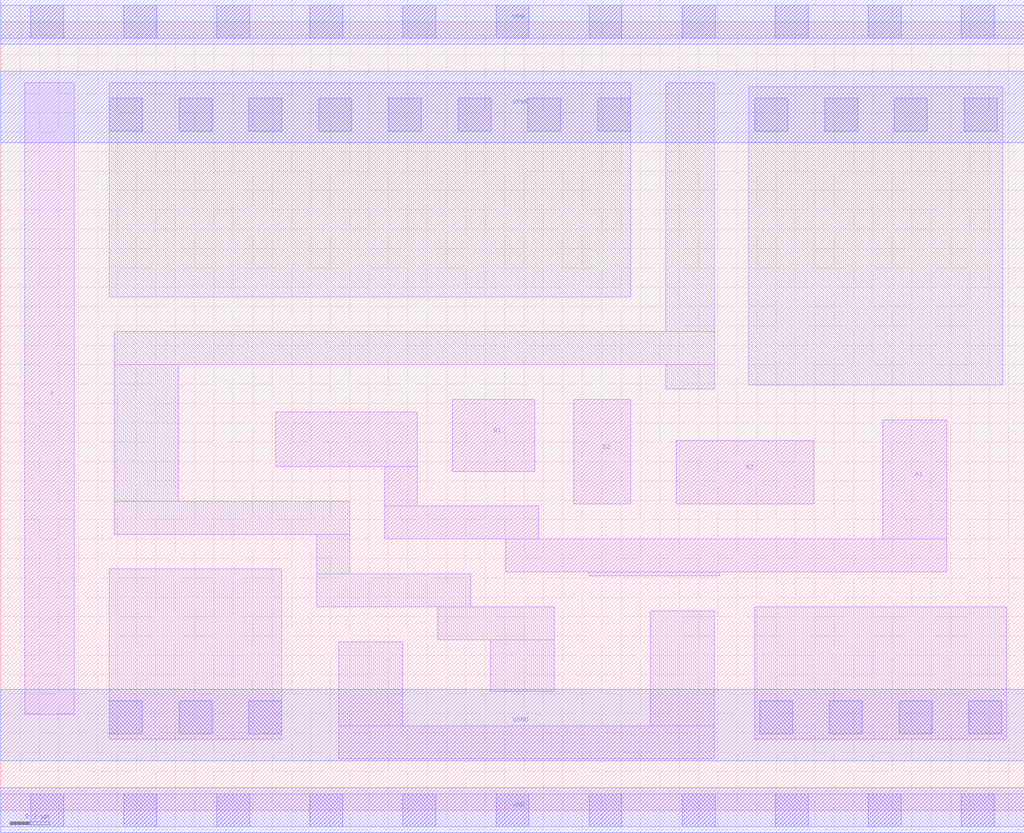
<source format=lef>
# Copyright 2020 The SkyWater PDK Authors
#
# Licensed under the Apache License, Version 2.0 (the "License");
# you may not use this file except in compliance with the License.
# You may obtain a copy of the License at
#
#     https://www.apache.org/licenses/LICENSE-2.0
#
# Unless required by applicable law or agreed to in writing, software
# distributed under the License is distributed on an "AS IS" BASIS,
# WITHOUT WARRANTIES OR CONDITIONS OF ANY KIND, either express or implied.
# See the License for the specific language governing permissions and
# limitations under the License.
#
# SPDX-License-Identifier: Apache-2.0

VERSION 5.5 ;
NAMESCASESENSITIVE ON ;
BUSBITCHARS "[]" ;
DIVIDERCHAR "/" ;
SITE unithvdbl
    SYMMETRY y  ;
    CLASS CORE  ;
    SIZE  0.480 BY 8.140 ;
END unithvdbl
MACRO sky130_fd_sc_hvl__o22a_1
  CLASS CORE ;
  SOURCE USER ;
  ORIGIN  0.000000  0.000000 ;
  SIZE  5.280000 BY  4.070000 ;
  SYMMETRY X Y ;
  SITE unithv ;
  PIN A1
    ANTENNAGATEAREA  1.125000 ;
    DIRECTION INPUT ;
    USE SIGNAL ;
    PORT
      LAYER li1 ;
        RECT 1.420000 1.775000 2.150000 2.055000 ;
        RECT 1.980000 1.400000 2.775000 1.570000 ;
        RECT 1.980000 1.570000 2.150000 1.775000 ;
        RECT 2.605000 1.230000 4.880000 1.400000 ;
        RECT 3.035000 1.210000 3.710000 1.230000 ;
        RECT 4.550000 1.400000 4.880000 2.015000 ;
    END
  END A1
  PIN A2
    ANTENNAGATEAREA  1.125000 ;
    DIRECTION INPUT ;
    USE SIGNAL ;
    PORT
      LAYER li1 ;
        RECT 3.485000 1.580000 4.195000 1.910000 ;
    END
  END A2
  PIN B1
    ANTENNAGATEAREA  1.125000 ;
    DIRECTION INPUT ;
    USE SIGNAL ;
    PORT
      LAYER li1 ;
        RECT 2.330000 1.750000 2.755000 2.120000 ;
    END
  END B1
  PIN B2
    ANTENNAGATEAREA  1.125000 ;
    DIRECTION INPUT ;
    USE SIGNAL ;
    PORT
      LAYER li1 ;
        RECT 2.955000 1.580000 3.250000 2.120000 ;
    END
  END B2
  PIN X
    ANTENNADIFFAREA  0.641250 ;
    DIRECTION OUTPUT ;
    USE SIGNAL ;
    PORT
      LAYER li1 ;
        RECT 0.125000 0.495000 0.380000 3.755000 ;
    END
  END X
  PIN VGND
    DIRECTION INOUT ;
    USE GROUND ;
    PORT
      LAYER met1 ;
        RECT 0.000000 0.255000 5.280000 0.625000 ;
    END
  END VGND
  PIN VNB
    DIRECTION INOUT ;
    USE GROUND ;
    PORT
      LAYER met1 ;
        RECT 0.000000 -0.115000 5.280000 0.115000 ;
    END
  END VNB
  PIN VPB
    DIRECTION INOUT ;
    USE POWER ;
    PORT
      LAYER met1 ;
        RECT 0.000000 3.955000 5.280000 4.185000 ;
    END
  END VPB
  PIN VPWR
    DIRECTION INOUT ;
    USE POWER ;
    PORT
      LAYER met1 ;
        RECT 0.000000 3.445000 5.280000 3.815000 ;
    END
  END VPWR
  OBS
    LAYER li1 ;
      RECT 0.000000 -0.085000 5.280000 0.085000 ;
      RECT 0.000000  3.985000 5.280000 4.155000 ;
      RECT 0.560000  0.365000 1.450000 1.245000 ;
      RECT 0.560000  2.650000 3.250000 3.755000 ;
      RECT 0.585000  1.425000 1.800000 1.595000 ;
      RECT 0.585000  1.595000 0.915000 2.300000 ;
      RECT 0.585000  2.300000 3.680000 2.470000 ;
      RECT 1.630000  1.050000 2.425000 1.220000 ;
      RECT 1.630000  1.220000 1.800000 1.425000 ;
      RECT 1.745000  0.265000 3.680000 0.435000 ;
      RECT 1.745000  0.435000 2.075000 0.870000 ;
      RECT 2.255000  0.880000 2.855000 1.050000 ;
      RECT 2.525000  0.615000 2.855000 0.880000 ;
      RECT 3.350000  0.435000 3.680000 1.030000 ;
      RECT 3.430000  2.175000 3.680000 2.300000 ;
      RECT 3.430000  2.470000 3.680000 3.755000 ;
      RECT 3.860000  2.195000 5.170000 3.735000 ;
      RECT 3.890000  0.365000 5.190000 1.050000 ;
    LAYER mcon ;
      RECT 0.155000 -0.085000 0.325000 0.085000 ;
      RECT 0.155000 -0.085000 0.325000 0.085000 ;
      RECT 0.155000  3.985000 0.325000 4.155000 ;
      RECT 0.155000  3.985000 0.325000 4.155000 ;
      RECT 0.560000  0.395000 0.730000 0.565000 ;
      RECT 0.560000  3.505000 0.730000 3.675000 ;
      RECT 0.635000 -0.085000 0.805000 0.085000 ;
      RECT 0.635000 -0.085000 0.805000 0.085000 ;
      RECT 0.635000  3.985000 0.805000 4.155000 ;
      RECT 0.635000  3.985000 0.805000 4.155000 ;
      RECT 0.920000  0.395000 1.090000 0.565000 ;
      RECT 0.920000  3.505000 1.090000 3.675000 ;
      RECT 1.115000 -0.085000 1.285000 0.085000 ;
      RECT 1.115000 -0.085000 1.285000 0.085000 ;
      RECT 1.115000  3.985000 1.285000 4.155000 ;
      RECT 1.115000  3.985000 1.285000 4.155000 ;
      RECT 1.280000  0.395000 1.450000 0.565000 ;
      RECT 1.280000  3.505000 1.450000 3.675000 ;
      RECT 1.595000 -0.085000 1.765000 0.085000 ;
      RECT 1.595000 -0.085000 1.765000 0.085000 ;
      RECT 1.595000  3.985000 1.765000 4.155000 ;
      RECT 1.595000  3.985000 1.765000 4.155000 ;
      RECT 1.640000  3.505000 1.810000 3.675000 ;
      RECT 2.000000  3.505000 2.170000 3.675000 ;
      RECT 2.075000 -0.085000 2.245000 0.085000 ;
      RECT 2.075000 -0.085000 2.245000 0.085000 ;
      RECT 2.075000  3.985000 2.245000 4.155000 ;
      RECT 2.075000  3.985000 2.245000 4.155000 ;
      RECT 2.360000  3.505000 2.530000 3.675000 ;
      RECT 2.555000 -0.085000 2.725000 0.085000 ;
      RECT 2.555000 -0.085000 2.725000 0.085000 ;
      RECT 2.555000  3.985000 2.725000 4.155000 ;
      RECT 2.555000  3.985000 2.725000 4.155000 ;
      RECT 2.720000  3.505000 2.890000 3.675000 ;
      RECT 3.035000 -0.085000 3.205000 0.085000 ;
      RECT 3.035000 -0.085000 3.205000 0.085000 ;
      RECT 3.035000  3.985000 3.205000 4.155000 ;
      RECT 3.035000  3.985000 3.205000 4.155000 ;
      RECT 3.080000  3.505000 3.250000 3.675000 ;
      RECT 3.515000 -0.085000 3.685000 0.085000 ;
      RECT 3.515000 -0.085000 3.685000 0.085000 ;
      RECT 3.515000  3.985000 3.685000 4.155000 ;
      RECT 3.515000  3.985000 3.685000 4.155000 ;
      RECT 3.890000  3.505000 4.060000 3.675000 ;
      RECT 3.915000  0.395000 4.085000 0.565000 ;
      RECT 3.995000 -0.085000 4.165000 0.085000 ;
      RECT 3.995000 -0.085000 4.165000 0.085000 ;
      RECT 3.995000  3.985000 4.165000 4.155000 ;
      RECT 3.995000  3.985000 4.165000 4.155000 ;
      RECT 4.250000  3.505000 4.420000 3.675000 ;
      RECT 4.275000  0.395000 4.445000 0.565000 ;
      RECT 4.475000 -0.085000 4.645000 0.085000 ;
      RECT 4.475000 -0.085000 4.645000 0.085000 ;
      RECT 4.475000  3.985000 4.645000 4.155000 ;
      RECT 4.475000  3.985000 4.645000 4.155000 ;
      RECT 4.610000  3.505000 4.780000 3.675000 ;
      RECT 4.635000  0.395000 4.805000 0.565000 ;
      RECT 4.955000 -0.085000 5.125000 0.085000 ;
      RECT 4.955000 -0.085000 5.125000 0.085000 ;
      RECT 4.955000  3.985000 5.125000 4.155000 ;
      RECT 4.955000  3.985000 5.125000 4.155000 ;
      RECT 4.970000  3.505000 5.140000 3.675000 ;
      RECT 4.995000  0.395000 5.165000 0.565000 ;
  END
END sky130_fd_sc_hvl__o22a_1
END LIBRARY

</source>
